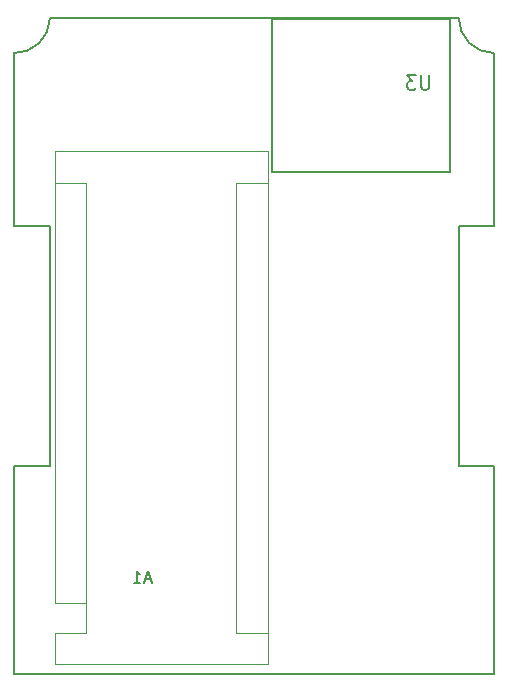
<source format=gbr>
G04 #@! TF.FileFunction,Legend,Bot*
%FSLAX46Y46*%
G04 Gerber Fmt 4.6, Leading zero omitted, Abs format (unit mm)*
G04 Created by KiCad (PCBNEW 4.0.7) date 07/08/18 15:45:41*
%MOMM*%
%LPD*%
G01*
G04 APERTURE LIST*
%ADD10C,0.100000*%
%ADD11C,0.200000*%
%ADD12C,0.120000*%
%ADD13C,0.150000*%
G04 APERTURE END LIST*
D10*
D11*
X117100000Y-76200000D02*
G75*
G03X120200000Y-73300000I100000J3000000D01*
G01*
X154800000Y-73200000D02*
G75*
G03X157800000Y-76200000I3000000J0D01*
G01*
X157800000Y-90800000D02*
X157800000Y-76300000D01*
X154800000Y-90800000D02*
X157800000Y-90800000D01*
X154800000Y-111200000D02*
X154800000Y-90800000D01*
X157800000Y-111200000D02*
X154800000Y-111200000D01*
X157800000Y-128800000D02*
X157800000Y-111200000D01*
X117200000Y-128800000D02*
X157800000Y-128800000D01*
X117200000Y-111200000D02*
X117200000Y-128800000D01*
X120200000Y-111200000D02*
X117200000Y-111200000D01*
X120200000Y-90800000D02*
X120200000Y-111200000D01*
X117200000Y-90800000D02*
X120200000Y-90800000D01*
X117200000Y-76200000D02*
X117200000Y-90800000D01*
X154800000Y-73200000D02*
X120200000Y-73200000D01*
D12*
X123270000Y-122730000D02*
X123270000Y-125270000D01*
X123270000Y-125270000D02*
X120600000Y-125270000D01*
X120600000Y-122730000D02*
X120600000Y-84500000D01*
X120600000Y-127940000D02*
X120600000Y-125270000D01*
X135970000Y-125270000D02*
X138640000Y-125270000D01*
X135970000Y-125270000D02*
X135970000Y-87170000D01*
X135970000Y-87170000D02*
X138640000Y-87170000D01*
X123270000Y-122730000D02*
X120600000Y-122730000D01*
X123270000Y-122730000D02*
X123270000Y-87170000D01*
X123270000Y-87170000D02*
X120600000Y-87170000D01*
X120600000Y-84500000D02*
X138640000Y-84500000D01*
X138640000Y-84500000D02*
X138640000Y-127940000D01*
X138640000Y-127940000D02*
X120600000Y-127940000D01*
D13*
X154100000Y-73299999D02*
X139100000Y-73300000D01*
X139000000Y-73300000D02*
X139000000Y-86300000D01*
X154100000Y-73250000D02*
X154100000Y-86250000D01*
X154100000Y-86299999D02*
X139100000Y-86300000D01*
X128714286Y-120766667D02*
X128238095Y-120766667D01*
X128809524Y-121052381D02*
X128476191Y-120052381D01*
X128142857Y-121052381D01*
X127285714Y-121052381D02*
X127857143Y-121052381D01*
X127571429Y-121052381D02*
X127571429Y-120052381D01*
X127666667Y-120195238D01*
X127761905Y-120290476D01*
X127857143Y-120338095D01*
X152314286Y-78092857D02*
X152314286Y-79064286D01*
X152257143Y-79178571D01*
X152200000Y-79235714D01*
X152085714Y-79292857D01*
X151857143Y-79292857D01*
X151742857Y-79235714D01*
X151685714Y-79178571D01*
X151628571Y-79064286D01*
X151628571Y-78092857D01*
X151171428Y-78092857D02*
X150428571Y-78092857D01*
X150828571Y-78550000D01*
X150657143Y-78550000D01*
X150542857Y-78607143D01*
X150485714Y-78664286D01*
X150428571Y-78778571D01*
X150428571Y-79064286D01*
X150485714Y-79178571D01*
X150542857Y-79235714D01*
X150657143Y-79292857D01*
X151000000Y-79292857D01*
X151114286Y-79235714D01*
X151171428Y-79178571D01*
M02*

</source>
